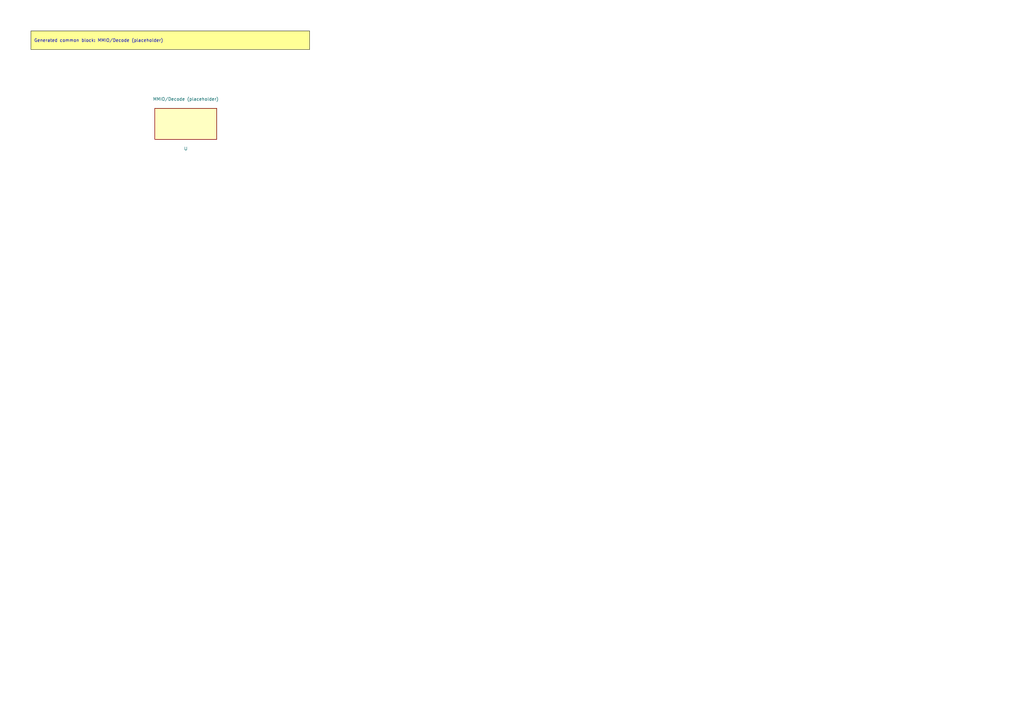
<source format=kicad_sch>
(kicad_sch (version 20250114) (generator "kicadgen") (generator_version "0.2")
  (paper "A3")
  (title_block (title "MMIO/Decode (placeholder)") (company "Project Carbon") (comment 1 "Generated - do not edit in generated/") (comment 2 "Edit in schem/kicad9/manual/ or refine mapping specs"))
  (lib_symbols
    (symbol "carbon_blocks:CARBON_BLOCK_MMIO" (pin_names (offset 1.016))
      (property "Reference" "U" (at 0 8.89 0))
      (property "Value" "CARBON_BLOCK_MMIO" (at 0 -8.89 0))
      (symbol "CARBON_BLOCK_MMIO_1_1"
        (rectangle (start -12.7 6.35) (end 12.7 -6.35) (stroke (width 0.254)) (fill (type background)))
      )
    )
  )
  (text_box "Generated common block: MMIO/Decode (placeholder)" (at 12.7 12.7 0) (size 114.3 7.62) (margins 1.27 1.27 1.27 1.27) (stroke (width 0) (color 0 0 0 1)) (fill (type color) (color 255 255 150 1)) (effects (font (size 1.27 1.27)) (justify left)))
  (symbol (lib_id "carbon_blocks:CARBON_BLOCK_MMIO") (at 76.2 50.8 0) (unit 1)
    (property "Reference" "U" (at 76.2 60.96 0))
    (property "Value" "MMIO/Decode (placeholder)" (at 76.2 40.64 0))
  )
)
</source>
